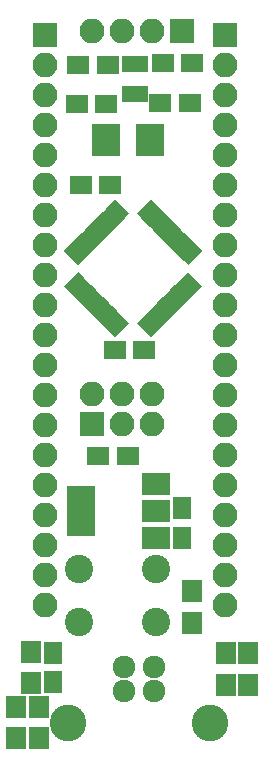
<source format=gbr>
G04 #@! TF.FileFunction,Soldermask,Top*
%FSLAX46Y46*%
G04 Gerber Fmt 4.6, Leading zero omitted, Abs format (unit mm)*
G04 Created by KiCad (PCBNEW 4.0.7) date 06/29/20 23:10:57*
%MOMM*%
%LPD*%
G01*
G04 APERTURE LIST*
%ADD10C,0.100000*%
%ADD11R,1.650000X1.900000*%
%ADD12C,2.400000*%
%ADD13R,1.700000X1.900000*%
%ADD14R,2.400000X4.200000*%
%ADD15R,2.400000X1.900000*%
%ADD16R,1.900000X1.650000*%
%ADD17R,2.100000X2.100000*%
%ADD18O,2.100000X2.100000*%
%ADD19C,1.920000*%
%ADD20C,3.100000*%
%ADD21R,2.200000X1.400000*%
%ADD22R,2.400000X2.800000*%
G04 APERTURE END LIST*
D10*
D11*
X72688000Y-76756000D03*
X72688000Y-74256000D03*
D12*
X64028000Y-83866000D03*
X64028000Y-79366000D03*
X70528000Y-83866000D03*
X70528000Y-79366000D03*
D13*
X78308000Y-86516000D03*
X78308000Y-89216000D03*
D14*
X64188000Y-74496000D03*
D15*
X70488000Y-74496000D03*
X70488000Y-72196000D03*
X70488000Y-76796000D03*
D10*
G36*
X66605779Y-48544311D02*
X67065398Y-48084692D01*
X68267479Y-49286773D01*
X67807860Y-49746392D01*
X66605779Y-48544311D01*
X66605779Y-48544311D01*
G37*
G36*
X66252226Y-48897864D02*
X66711845Y-48438245D01*
X67913926Y-49640326D01*
X67454307Y-50099945D01*
X66252226Y-48897864D01*
X66252226Y-48897864D01*
G37*
G36*
X65898672Y-49251418D02*
X66358291Y-48791799D01*
X67560372Y-49993880D01*
X67100753Y-50453499D01*
X65898672Y-49251418D01*
X65898672Y-49251418D01*
G37*
G36*
X65545119Y-49604971D02*
X66004738Y-49145352D01*
X67206819Y-50347433D01*
X66747200Y-50807052D01*
X65545119Y-49604971D01*
X65545119Y-49604971D01*
G37*
G36*
X65191566Y-49958524D02*
X65651185Y-49498905D01*
X66853266Y-50700986D01*
X66393647Y-51160605D01*
X65191566Y-49958524D01*
X65191566Y-49958524D01*
G37*
G36*
X64838012Y-50312078D02*
X65297631Y-49852459D01*
X66499712Y-51054540D01*
X66040093Y-51514159D01*
X64838012Y-50312078D01*
X64838012Y-50312078D01*
G37*
G36*
X64484459Y-50665631D02*
X64944078Y-50206012D01*
X66146159Y-51408093D01*
X65686540Y-51867712D01*
X64484459Y-50665631D01*
X64484459Y-50665631D01*
G37*
G36*
X64130905Y-51019185D02*
X64590524Y-50559566D01*
X65792605Y-51761647D01*
X65332986Y-52221266D01*
X64130905Y-51019185D01*
X64130905Y-51019185D01*
G37*
G36*
X63777352Y-51372738D02*
X64236971Y-50913119D01*
X65439052Y-52115200D01*
X64979433Y-52574819D01*
X63777352Y-51372738D01*
X63777352Y-51372738D01*
G37*
G36*
X63423799Y-51726291D02*
X63883418Y-51266672D01*
X65085499Y-52468753D01*
X64625880Y-52928372D01*
X63423799Y-51726291D01*
X63423799Y-51726291D01*
G37*
G36*
X63070245Y-52079845D02*
X63529864Y-51620226D01*
X64731945Y-52822307D01*
X64272326Y-53281926D01*
X63070245Y-52079845D01*
X63070245Y-52079845D01*
G37*
G36*
X62716692Y-52433398D02*
X63176311Y-51973779D01*
X64378392Y-53175860D01*
X63918773Y-53635479D01*
X62716692Y-52433398D01*
X62716692Y-52433398D01*
G37*
G36*
X63176311Y-55898221D02*
X62716692Y-55438602D01*
X63918773Y-54236521D01*
X64378392Y-54696140D01*
X63176311Y-55898221D01*
X63176311Y-55898221D01*
G37*
G36*
X63529864Y-56251774D02*
X63070245Y-55792155D01*
X64272326Y-54590074D01*
X64731945Y-55049693D01*
X63529864Y-56251774D01*
X63529864Y-56251774D01*
G37*
G36*
X63883418Y-56605328D02*
X63423799Y-56145709D01*
X64625880Y-54943628D01*
X65085499Y-55403247D01*
X63883418Y-56605328D01*
X63883418Y-56605328D01*
G37*
G36*
X64236971Y-56958881D02*
X63777352Y-56499262D01*
X64979433Y-55297181D01*
X65439052Y-55756800D01*
X64236971Y-56958881D01*
X64236971Y-56958881D01*
G37*
G36*
X64590524Y-57312434D02*
X64130905Y-56852815D01*
X65332986Y-55650734D01*
X65792605Y-56110353D01*
X64590524Y-57312434D01*
X64590524Y-57312434D01*
G37*
G36*
X64944078Y-57665988D02*
X64484459Y-57206369D01*
X65686540Y-56004288D01*
X66146159Y-56463907D01*
X64944078Y-57665988D01*
X64944078Y-57665988D01*
G37*
G36*
X65297631Y-58019541D02*
X64838012Y-57559922D01*
X66040093Y-56357841D01*
X66499712Y-56817460D01*
X65297631Y-58019541D01*
X65297631Y-58019541D01*
G37*
G36*
X65651185Y-58373095D02*
X65191566Y-57913476D01*
X66393647Y-56711395D01*
X66853266Y-57171014D01*
X65651185Y-58373095D01*
X65651185Y-58373095D01*
G37*
G36*
X66004738Y-58726648D02*
X65545119Y-58267029D01*
X66747200Y-57064948D01*
X67206819Y-57524567D01*
X66004738Y-58726648D01*
X66004738Y-58726648D01*
G37*
G36*
X66358291Y-59080201D02*
X65898672Y-58620582D01*
X67100753Y-57418501D01*
X67560372Y-57878120D01*
X66358291Y-59080201D01*
X66358291Y-59080201D01*
G37*
G36*
X66711845Y-59433755D02*
X66252226Y-58974136D01*
X67454307Y-57772055D01*
X67913926Y-58231674D01*
X66711845Y-59433755D01*
X66711845Y-59433755D01*
G37*
G36*
X67065398Y-59787308D02*
X66605779Y-59327689D01*
X67807860Y-58125608D01*
X68267479Y-58585227D01*
X67065398Y-59787308D01*
X67065398Y-59787308D01*
G37*
G36*
X68868521Y-58585227D02*
X69328140Y-58125608D01*
X70530221Y-59327689D01*
X70070602Y-59787308D01*
X68868521Y-58585227D01*
X68868521Y-58585227D01*
G37*
G36*
X69222074Y-58231674D02*
X69681693Y-57772055D01*
X70883774Y-58974136D01*
X70424155Y-59433755D01*
X69222074Y-58231674D01*
X69222074Y-58231674D01*
G37*
G36*
X69575628Y-57878120D02*
X70035247Y-57418501D01*
X71237328Y-58620582D01*
X70777709Y-59080201D01*
X69575628Y-57878120D01*
X69575628Y-57878120D01*
G37*
G36*
X69929181Y-57524567D02*
X70388800Y-57064948D01*
X71590881Y-58267029D01*
X71131262Y-58726648D01*
X69929181Y-57524567D01*
X69929181Y-57524567D01*
G37*
G36*
X70282734Y-57171014D02*
X70742353Y-56711395D01*
X71944434Y-57913476D01*
X71484815Y-58373095D01*
X70282734Y-57171014D01*
X70282734Y-57171014D01*
G37*
G36*
X70636288Y-56817460D02*
X71095907Y-56357841D01*
X72297988Y-57559922D01*
X71838369Y-58019541D01*
X70636288Y-56817460D01*
X70636288Y-56817460D01*
G37*
G36*
X70989841Y-56463907D02*
X71449460Y-56004288D01*
X72651541Y-57206369D01*
X72191922Y-57665988D01*
X70989841Y-56463907D01*
X70989841Y-56463907D01*
G37*
G36*
X71343395Y-56110353D02*
X71803014Y-55650734D01*
X73005095Y-56852815D01*
X72545476Y-57312434D01*
X71343395Y-56110353D01*
X71343395Y-56110353D01*
G37*
G36*
X71696948Y-55756800D02*
X72156567Y-55297181D01*
X73358648Y-56499262D01*
X72899029Y-56958881D01*
X71696948Y-55756800D01*
X71696948Y-55756800D01*
G37*
G36*
X72050501Y-55403247D02*
X72510120Y-54943628D01*
X73712201Y-56145709D01*
X73252582Y-56605328D01*
X72050501Y-55403247D01*
X72050501Y-55403247D01*
G37*
G36*
X72404055Y-55049693D02*
X72863674Y-54590074D01*
X74065755Y-55792155D01*
X73606136Y-56251774D01*
X72404055Y-55049693D01*
X72404055Y-55049693D01*
G37*
G36*
X72757608Y-54696140D02*
X73217227Y-54236521D01*
X74419308Y-55438602D01*
X73959689Y-55898221D01*
X72757608Y-54696140D01*
X72757608Y-54696140D01*
G37*
G36*
X73217227Y-53635479D02*
X72757608Y-53175860D01*
X73959689Y-51973779D01*
X74419308Y-52433398D01*
X73217227Y-53635479D01*
X73217227Y-53635479D01*
G37*
G36*
X72863674Y-53281926D02*
X72404055Y-52822307D01*
X73606136Y-51620226D01*
X74065755Y-52079845D01*
X72863674Y-53281926D01*
X72863674Y-53281926D01*
G37*
G36*
X72510120Y-52928372D02*
X72050501Y-52468753D01*
X73252582Y-51266672D01*
X73712201Y-51726291D01*
X72510120Y-52928372D01*
X72510120Y-52928372D01*
G37*
G36*
X72156567Y-52574819D02*
X71696948Y-52115200D01*
X72899029Y-50913119D01*
X73358648Y-51372738D01*
X72156567Y-52574819D01*
X72156567Y-52574819D01*
G37*
G36*
X71803014Y-52221266D02*
X71343395Y-51761647D01*
X72545476Y-50559566D01*
X73005095Y-51019185D01*
X71803014Y-52221266D01*
X71803014Y-52221266D01*
G37*
G36*
X71449460Y-51867712D02*
X70989841Y-51408093D01*
X72191922Y-50206012D01*
X72651541Y-50665631D01*
X71449460Y-51867712D01*
X71449460Y-51867712D01*
G37*
G36*
X71095907Y-51514159D02*
X70636288Y-51054540D01*
X71838369Y-49852459D01*
X72297988Y-50312078D01*
X71095907Y-51514159D01*
X71095907Y-51514159D01*
G37*
G36*
X70742353Y-51160605D02*
X70282734Y-50700986D01*
X71484815Y-49498905D01*
X71944434Y-49958524D01*
X70742353Y-51160605D01*
X70742353Y-51160605D01*
G37*
G36*
X70388800Y-50807052D02*
X69929181Y-50347433D01*
X71131262Y-49145352D01*
X71590881Y-49604971D01*
X70388800Y-50807052D01*
X70388800Y-50807052D01*
G37*
G36*
X70035247Y-50453499D02*
X69575628Y-49993880D01*
X70777709Y-48791799D01*
X71237328Y-49251418D01*
X70035247Y-50453499D01*
X70035247Y-50453499D01*
G37*
G36*
X69681693Y-50099945D02*
X69222074Y-49640326D01*
X70424155Y-48438245D01*
X70883774Y-48897864D01*
X69681693Y-50099945D01*
X69681693Y-50099945D01*
G37*
G36*
X69328140Y-49746392D02*
X68868521Y-49286773D01*
X70070602Y-48084692D01*
X70530221Y-48544311D01*
X69328140Y-49746392D01*
X69328140Y-49746392D01*
G37*
D16*
X66648000Y-46876000D03*
X64148000Y-46876000D03*
X66318000Y-40006000D03*
X63818000Y-40006000D03*
D17*
X61110000Y-34158000D03*
D18*
X61110000Y-36698000D03*
X61110000Y-39238000D03*
X61110000Y-41778000D03*
X61110000Y-44318000D03*
X61110000Y-46858000D03*
X61110000Y-49398000D03*
X61110000Y-51938000D03*
X61110000Y-54478000D03*
X61110000Y-57018000D03*
X61110000Y-59558000D03*
X61110000Y-62098000D03*
X61110000Y-64638000D03*
X61110000Y-67178000D03*
X61110000Y-69718000D03*
X61110000Y-72258000D03*
X61110000Y-74798000D03*
X61110000Y-77338000D03*
X61110000Y-79878000D03*
X61110000Y-82418000D03*
D17*
X76350000Y-34158000D03*
D18*
X76350000Y-36698000D03*
X76350000Y-39238000D03*
X76350000Y-41778000D03*
X76350000Y-44318000D03*
X76350000Y-46858000D03*
X76350000Y-49398000D03*
X76350000Y-51938000D03*
X76350000Y-54478000D03*
X76350000Y-57018000D03*
X76350000Y-59558000D03*
X76350000Y-62098000D03*
X76350000Y-64638000D03*
X76350000Y-67178000D03*
X76350000Y-69718000D03*
X76350000Y-72258000D03*
X76350000Y-74798000D03*
X76350000Y-77338000D03*
X76350000Y-79878000D03*
X76350000Y-82418000D03*
D17*
X72694800Y-33807400D03*
D18*
X70154800Y-33807400D03*
X67614800Y-33807400D03*
X65074800Y-33807400D03*
D19*
X67828000Y-87706000D03*
X70368000Y-87706000D03*
X70368000Y-89706000D03*
X67828000Y-89706000D03*
D20*
X63098000Y-92406000D03*
X75098000Y-92406000D03*
D17*
X65128000Y-67086000D03*
D18*
X65128000Y-64546000D03*
X67668000Y-67086000D03*
X67668000Y-64546000D03*
X70208000Y-67086000D03*
X70208000Y-64546000D03*
D16*
X70868000Y-39926000D03*
X73368000Y-39926000D03*
X71088000Y-36576000D03*
X73588000Y-36576000D03*
X66418000Y-36746000D03*
X63918000Y-36746000D03*
D13*
X73578000Y-81256000D03*
X73578000Y-83956000D03*
X76398000Y-86476000D03*
X76398000Y-89176000D03*
X58688000Y-91036000D03*
X58688000Y-93736000D03*
D16*
X69528000Y-60866000D03*
X67028000Y-60866000D03*
D11*
X61808000Y-86486000D03*
X61808000Y-88986000D03*
D13*
X60568000Y-93736000D03*
X60568000Y-91036000D03*
X59938000Y-89076000D03*
X59938000Y-86376000D03*
D21*
X68748000Y-39156000D03*
X68748000Y-36656000D03*
D22*
X69988000Y-43066000D03*
X66288000Y-43066000D03*
D16*
X65608000Y-69816000D03*
X68108000Y-69816000D03*
M02*

</source>
